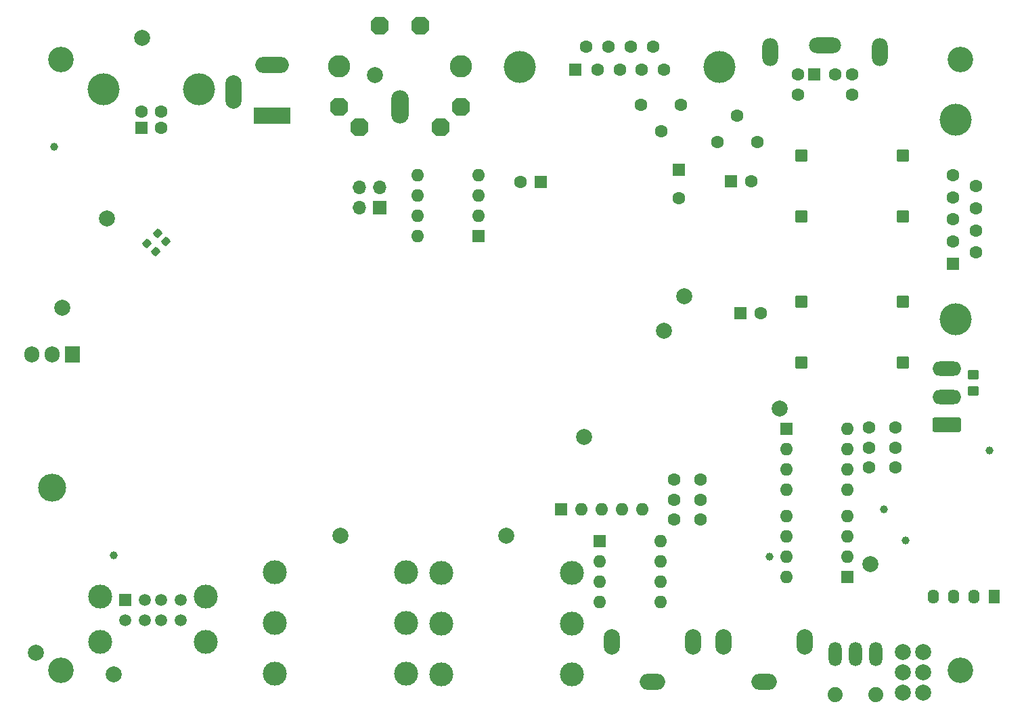
<source format=gbr>
%TF.GenerationSoftware,KiCad,Pcbnew,6.0.2+dfsg-1*%
%TF.CreationDate,2024-08-04T07:55:02+02:00*%
%TF.ProjectId,radio-usb,72616469-6f2d-4757-9362-2e6b69636164,rev?*%
%TF.SameCoordinates,Original*%
%TF.FileFunction,Soldermask,Bot*%
%TF.FilePolarity,Negative*%
%FSLAX46Y46*%
G04 Gerber Fmt 4.6, Leading zero omitted, Abs format (unit mm)*
G04 Created by KiCad (PCBNEW 6.0.2+dfsg-1) date 2024-08-04 07:55:02*
%MOMM*%
%LPD*%
G01*
G04 APERTURE LIST*
G04 Aperture macros list*
%AMRoundRect*
0 Rectangle with rounded corners*
0 $1 Rounding radius*
0 $2 $3 $4 $5 $6 $7 $8 $9 X,Y pos of 4 corners*
0 Add a 4 corners polygon primitive as box body*
4,1,4,$2,$3,$4,$5,$6,$7,$8,$9,$2,$3,0*
0 Add four circle primitives for the rounded corners*
1,1,$1+$1,$2,$3*
1,1,$1+$1,$4,$5*
1,1,$1+$1,$6,$7*
1,1,$1+$1,$8,$9*
0 Add four rect primitives between the rounded corners*
20,1,$1+$1,$2,$3,$4,$5,0*
20,1,$1+$1,$4,$5,$6,$7,0*
20,1,$1+$1,$6,$7,$8,$9,0*
20,1,$1+$1,$8,$9,$2,$3,0*%
%AMFreePoly0*
4,1,25,0.555019,1.072796,0.567142,1.062442,1.062442,0.567142,1.090949,0.511194,1.092200,0.495300,1.092200,-0.495300,1.072796,-0.555019,1.062442,-0.567142,0.567142,-1.062442,0.511194,-1.090949,0.495300,-1.092200,-0.495300,-1.092200,-0.555019,-1.072796,-0.567142,-1.062442,-1.062442,-0.567142,-1.090949,-0.511194,-1.092200,-0.495300,-1.092200,0.495300,-1.072796,0.555019,-1.062442,0.567142,
-0.567142,1.062442,-0.511194,1.090949,-0.495300,1.092200,0.495300,1.092200,0.555019,1.072796,0.555019,1.072796,$1*%
G04 Aperture macros list end*
%ADD10C,2.000000*%
%ADD11C,3.000000*%
%ADD12R,1.600000X1.600000*%
%ADD13C,1.600000*%
%ADD14C,4.000000*%
%ADD15O,3.500000X3.500000*%
%ADD16R,1.905000X2.000000*%
%ADD17O,1.905000X2.000000*%
%ADD18O,2.000000X3.500000*%
%ADD19O,4.000000X2.000000*%
%ADD20O,1.600000X1.600000*%
%ADD21R,1.700000X1.700000*%
%ADD22O,1.700000X1.700000*%
%ADD23R,1.400000X1.800000*%
%ADD24O,1.400000X1.800000*%
%ADD25O,1.625600X3.048000*%
%ADD26C,1.879600*%
%ADD27R,1.500000X1.500000*%
%ADD28C,1.500000*%
%ADD29C,3.200000*%
%ADD30O,1.998980X3.197860*%
%ADD31O,3.197860X1.998980*%
%ADD32R,4.600000X2.000000*%
%ADD33O,4.200000X2.000000*%
%ADD34O,2.000000X4.200000*%
%ADD35C,2.794000*%
%ADD36FreePoly0,180.000000*%
%ADD37O,2.184400X4.165600*%
%ADD38RoundRect,0.101600X0.654000X-0.654000X0.654000X0.654000X-0.654000X0.654000X-0.654000X-0.654000X0*%
%ADD39RoundRect,0.250000X1.550000X-0.650000X1.550000X0.650000X-1.550000X0.650000X-1.550000X-0.650000X0*%
%ADD40O,3.600000X1.800000*%
%ADD41RoundRect,0.250000X0.450000X-0.350000X0.450000X0.350000X-0.450000X0.350000X-0.450000X-0.350000X0*%
%ADD42RoundRect,0.237500X0.008839X0.344715X-0.344715X-0.008839X-0.008839X-0.344715X0.344715X0.008839X0*%
%ADD43C,1.000000*%
G04 APERTURE END LIST*
D10*
%TO.C,J12*%
X101120000Y-91920000D03*
D11*
X109320000Y-102870000D03*
X92920000Y-102870000D03*
X109320000Y-109220000D03*
X92920000Y-109220000D03*
X109320000Y-96520000D03*
X92920000Y-96520000D03*
%TD*%
D12*
%TO.C,J2*%
X55417400Y-40848900D03*
D13*
X57917400Y-40848900D03*
X57917400Y-38848900D03*
X55417400Y-38848900D03*
D14*
X50667400Y-35988900D03*
X62667400Y-35988900D03*
%TD*%
D15*
%TO.C,U1*%
X44297600Y-85865200D03*
D16*
X46837600Y-69205200D03*
D17*
X44297600Y-69205200D03*
X41757600Y-69205200D03*
%TD*%
D12*
%TO.C,J6*%
X139649200Y-34188400D03*
D13*
X142249200Y-34188400D03*
X137549200Y-34188400D03*
X144349200Y-34188400D03*
X137549200Y-36688400D03*
X144349200Y-36688400D03*
D18*
X134099200Y-31338400D03*
X147799200Y-31338400D03*
D19*
X140949200Y-30538400D03*
%TD*%
D12*
%TO.C,U14*%
X112786000Y-92618400D03*
D20*
X112786000Y-95158400D03*
X112786000Y-97698400D03*
X112786000Y-100238400D03*
X120406000Y-100238400D03*
X120406000Y-97698400D03*
X120406000Y-95158400D03*
X120406000Y-92618400D03*
%TD*%
D10*
%TO.C,D12*%
X153250200Y-106450700D03*
X150710200Y-106450700D03*
X153250200Y-108990700D03*
X150710200Y-108990700D03*
X153250200Y-111530700D03*
X150710200Y-111530700D03*
%TD*%
D21*
%TO.C,J5*%
X85217000Y-50876200D03*
D22*
X82677000Y-50876200D03*
X85217000Y-48336200D03*
X82677000Y-48336200D03*
%TD*%
D13*
%TO.C,SW7*%
X117946800Y-37958400D03*
X120446800Y-41258400D03*
X122946800Y-37958400D03*
%TD*%
D12*
%TO.C,U11*%
X143754000Y-97043400D03*
D20*
X143754000Y-94503400D03*
X143754000Y-91963400D03*
X143754000Y-89423400D03*
X136134000Y-89423400D03*
X136134000Y-91963400D03*
X136134000Y-94503400D03*
X136134000Y-97043400D03*
%TD*%
D13*
%TO.C,SW2*%
X132497200Y-42585000D03*
X129997200Y-39285000D03*
X127497200Y-42585000D03*
%TD*%
D23*
%TO.C,U8*%
X162156900Y-99554700D03*
D24*
X159616900Y-99554700D03*
X157076900Y-99554700D03*
X154536900Y-99554700D03*
%TD*%
D25*
%TO.C,SW3*%
X147320000Y-106680000D03*
X144780000Y-106680000D03*
X142240000Y-106680000D03*
D26*
X147320000Y-111760000D03*
X142240000Y-111760000D03*
%TD*%
D27*
%TO.C,J7*%
X53396000Y-99901600D03*
D28*
X55896000Y-99901600D03*
X57896000Y-99901600D03*
X60396000Y-99901600D03*
X53396000Y-102521600D03*
X55896000Y-102521600D03*
X57896000Y-102521600D03*
X60396000Y-102521600D03*
D11*
X63466000Y-99551600D03*
X50326000Y-105231600D03*
X50326000Y-99551600D03*
X63466000Y-105231600D03*
%TD*%
D14*
%TO.C,J8*%
X157272000Y-39808602D03*
X157272000Y-64808602D03*
D12*
X156972000Y-57848602D03*
D13*
X156972000Y-55078602D03*
X156972000Y-52308602D03*
X156972000Y-49538602D03*
X156972000Y-46768602D03*
X159812000Y-56463602D03*
X159812000Y-53693602D03*
X159812000Y-50923602D03*
X159812000Y-48153602D03*
%TD*%
D29*
%TO.C,H4*%
X45339000Y-32258000D03*
%TD*%
%TO.C,H3*%
X157861000Y-32258000D03*
%TD*%
D13*
%TO.C,SW1*%
X149769000Y-78373600D03*
X149769000Y-80873600D03*
X149769000Y-83373600D03*
X146469000Y-78373600D03*
X146469000Y-80873600D03*
X146469000Y-83373600D03*
%TD*%
D12*
%TO.C,C63*%
X130389621Y-64084200D03*
D13*
X132889621Y-64084200D03*
%TD*%
D10*
%TO.C,J11*%
X80335000Y-91895000D03*
D11*
X88535000Y-102845000D03*
X72135000Y-102845000D03*
X88535000Y-109195000D03*
X72135000Y-109195000D03*
X88535000Y-96495000D03*
X72135000Y-96495000D03*
%TD*%
D30*
%TO.C,J10*%
X124434600Y-105222040D03*
X114325400Y-105222040D03*
D31*
X119380000Y-110220000D03*
%TD*%
D32*
%TO.C,J1*%
X71770000Y-39293800D03*
D33*
X71770000Y-32993800D03*
D34*
X66970000Y-36393800D03*
%TD*%
D29*
%TO.C,H2*%
X157861000Y-108788200D03*
%TD*%
D14*
%TO.C,J4*%
X127768000Y-33228000D03*
X102768000Y-33228000D03*
D12*
X109728000Y-33528000D03*
D13*
X112498000Y-33528000D03*
X115268000Y-33528000D03*
X118038000Y-33528000D03*
X120808000Y-33528000D03*
X111113000Y-30688000D03*
X113883000Y-30688000D03*
X116653000Y-30688000D03*
X119423000Y-30688000D03*
%TD*%
D12*
%TO.C,RN1*%
X107951500Y-88563722D03*
D20*
X110491500Y-88563722D03*
X113031500Y-88563722D03*
X115571500Y-88563722D03*
X118111500Y-88563722D03*
%TD*%
D35*
%TO.C,X1*%
X80137000Y-33121600D03*
X95377000Y-33121600D03*
D36*
X80137000Y-38201600D03*
D37*
X87757000Y-38201600D03*
D36*
X95377000Y-38201600D03*
X82677000Y-40741600D03*
X92837000Y-40741600D03*
X90297000Y-28041600D03*
X85217000Y-28041600D03*
%TD*%
D13*
%TO.C,SW6*%
X125385000Y-84880000D03*
X125385000Y-87380000D03*
X125385000Y-89880000D03*
X122085000Y-84880000D03*
X122085000Y-87380000D03*
X122085000Y-89880000D03*
%TD*%
D12*
%TO.C,C64*%
X129221221Y-47523400D03*
D13*
X131721221Y-47523400D03*
%TD*%
D12*
%TO.C,C40*%
X122707400Y-46128656D03*
D13*
X122707400Y-49628656D03*
%TD*%
D30*
%TO.C,J9*%
X128295400Y-105222040D03*
X138404600Y-105222040D03*
D31*
X133350000Y-110220000D03*
%TD*%
D12*
%TO.C,U12*%
X136154000Y-78546800D03*
D20*
X136154000Y-81086800D03*
X136154000Y-83626800D03*
X136154000Y-86166800D03*
X143774000Y-86166800D03*
X143774000Y-83626800D03*
X143774000Y-81086800D03*
X143774000Y-78546800D03*
%TD*%
D38*
%TO.C,U22*%
X138021593Y-44277991D03*
X138021593Y-51897991D03*
X150721593Y-44277991D03*
X150721593Y-51897991D03*
%TD*%
D39*
%TO.C,J3*%
X156210000Y-78006092D03*
D40*
X156210000Y-74506092D03*
X156210000Y-71006092D03*
%TD*%
D12*
%TO.C,U2*%
X97627600Y-54422200D03*
D20*
X97627600Y-51882200D03*
X97627600Y-49342200D03*
X97627600Y-46802200D03*
X90007600Y-46802200D03*
X90007600Y-49342200D03*
X90007600Y-51882200D03*
X90007600Y-54422200D03*
%TD*%
D38*
%TO.C,U19*%
X138021593Y-62565991D03*
X138021593Y-70185991D03*
X150721593Y-62565991D03*
X150721593Y-70185991D03*
%TD*%
D29*
%TO.C,H1*%
X45339000Y-108788200D03*
%TD*%
D12*
%TO.C,C15*%
X105395913Y-47599600D03*
D13*
X102895913Y-47599600D03*
%TD*%
D41*
%TO.C,R56*%
X159537400Y-73745600D03*
X159537400Y-71745600D03*
%TD*%
D10*
%TO.C,TP18*%
X55575200Y-29616400D03*
%TD*%
%TO.C,TP17*%
X51155600Y-52222400D03*
%TD*%
%TO.C,TP10*%
X123342400Y-61925200D03*
%TD*%
%TO.C,TP11*%
X120777000Y-66268600D03*
%TD*%
D42*
%TO.C,R12*%
X58506435Y-55082365D03*
X57215965Y-56372835D03*
%TD*%
D43*
%TO.C,TP1*%
X52019200Y-94361000D03*
%TD*%
%TO.C,TP4*%
X161544000Y-81203800D03*
%TD*%
D42*
%TO.C,R11*%
X57439635Y-54015565D03*
X56149165Y-55306035D03*
%TD*%
D10*
%TO.C,TP7*%
X146659600Y-95478600D03*
%TD*%
D43*
%TO.C,TP9*%
X133985000Y-94538800D03*
%TD*%
D10*
%TO.C,TP14*%
X51993800Y-109245400D03*
%TD*%
%TO.C,TP8*%
X135270000Y-76010000D03*
%TD*%
%TO.C,TP13*%
X110794800Y-79502000D03*
%TD*%
D43*
%TO.C,TP2*%
X44500800Y-43205400D03*
%TD*%
%TO.C,TP5*%
X151028400Y-92456000D03*
%TD*%
D10*
%TO.C,TP15*%
X84632800Y-34239200D03*
%TD*%
%TO.C,TP16*%
X45542200Y-63347600D03*
%TD*%
D43*
%TO.C,TP6*%
X148336000Y-88620600D03*
%TD*%
D10*
%TO.C,TP3*%
X42265600Y-106527600D03*
%TD*%
M02*

</source>
